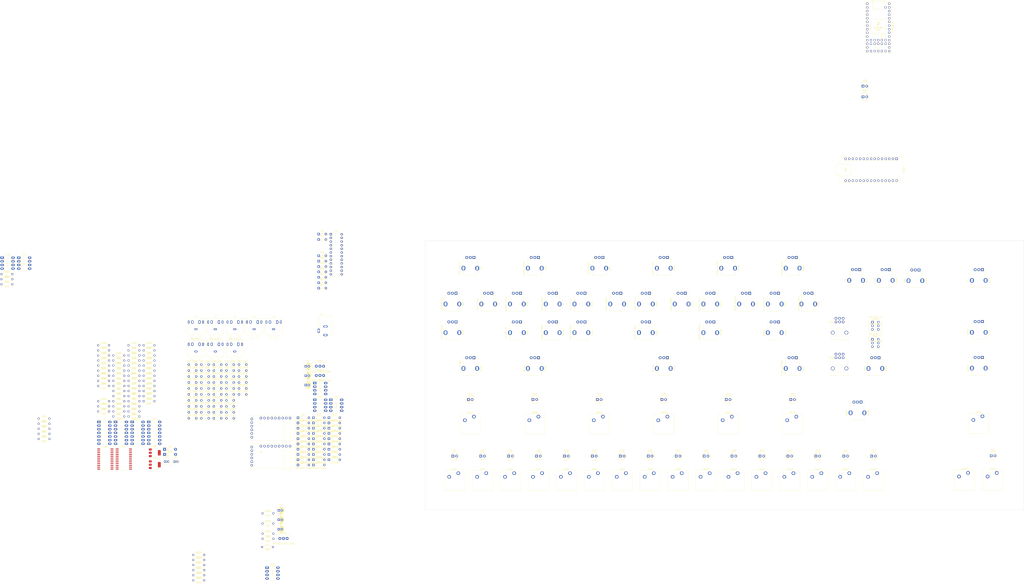
<source format=kicad_pcb>
(kicad_pcb (version 20241229) (generator "pcbnew") (generator_version "9.0")
  (layers (0 "F.Cu" signal) (2 "B.Cu" signal) (13 "F.Paste" user) (15 "B.Paste" user) (5 "F.SilkS" user "F.Silkscreen") (7 "B.SilkS" user "B.Silkscreen") (1 "F.Mask" user) (3 "B.Mask" user) (25 "Edge.Cuts" user))
  (net 0 "")
  (net 1 "3.3V")
  (net 2 "SNARE_OUT")
  (net 3 "A1BCK")
  (net 4 "AGND_SNARE")
  (net 6 "AGND_KICK")
  (net 7 "KICK_OUT")
  (net 8 "A1LCK")
  (net 9 "A1DIN")
  (net 10 "A1SCK")
  (net 11 "TOMS_OUT")
  (net 12 "HATS_OUT")
  (net 14 "AGND_TOMS")
  (net 15 "AGND_HATS")
  (net 16 "Net-(Q1-E)")
  (net 17 "12V")
  (net 18 "KICK_DCBIAS_IN")
  (net 19 "LPFSTAGE_OUT")
  (net 20 "Net-(C27-Pad1)")
  (net 21 "Net-(C43-Pad1)")
  (net 22 "KICK_DECAY")
  (net 23 "KICK_PITCH")
  (net 24 "KICK_PUNCH")
  (net 25 "KICK_FMFREQ")
  (net 26 "SNARE_DECAY")
  (net 27 "SNARE_PUNCH")
  (net 28 "SNARE_PITCH")
  (net 29 "SNARE_FM")
  (net 30 "SNARE_TIMBRE")
  (net 31 "CHAT_DECAY")
  (net 32 "CHAT_TIMBRE")
  (net 33 "CHAT_PITCH")
  (net 34 "CHAT_FMFREQ")
  (net 35 "LOTOM_DECAY")
  (net 36 "LOTOM_PUNCH")
  (net 37 "LOTOM_PITCH")
  (net 38 "LOTOM_FMFREQ")
  (net 39 "HITOM_DECAY")
  (net 40 "HITOM_PUNCH")
  (net 41 "HITOM_PITCH")
  (net 42 "HITOM_FMFREQ")
  (net 43 "OHAT_DECAY")
  (net 44 "OHAT_TIMBRE")
  (net 45 "OHAT_PITCH")
  (net 46 "OHAT_FMFREQ")
  (net 47 "Net-(D54-K)")
  (net 48 "5V")
  (net 49 "Net-(U10A-+)")
  (net 50 "Net-(C74-Pad2)")
  (net 51 "HPF_IN")
  (net 52 "Net-(U11A--)")
  (net 53 "Net-(U11C-+)")
  (net 54 "Net-(TRIM1-Right)")
  (net 55 "HPF_OUT")
  (net 56 "Net-(U11B-+)")
  (net 57 "Net-(C77-Pad1)")
  (net 58 "Net-(C78-Pad2)")
  (net 59 "LPF_IN")
  (net 60 "Net-(C79-Pad1)")
  (net 61 "Net-(U4B-+)")
  (net 62 "VGND")
  (net 63 "Net-(U4C-+)")
  (net 64 "Net-(U4C--)")
  (net 65 "LPF_OUT")
  (net 66 "Net-(TRIM2-Center)")
  (net 67 "SOFTCLIP_OUT")
  (net 68 "Net-(C83-Pad2)")
  (net 69 "Net-(C84-Pad2)")
  (net 70 "Net-(U14A--)")
  (net 71 "Net-(U14B--)")
  (net 72 "Net-(C85-Pad2)")
  (net 73 "Net-(C86-Pad2)")
  (net 74 "Net-(U14C--)")
  (net 75 "Net-(U14D--)")
  (net 76 "Net-(C87-Pad2)")
  (net 77 "Net-(D1-K)")
  (net 78 "Net-(D1-A)")
  (net 79 "DIG0")
  (net 80 "SEGA")
  (net 81 "Net-(R1-Pad2)")
  (net 82 "Net-(D3-K)")
  (net 83 "Y0")
  (net 84 "Net-(D5-A)")
  (net 85 "Net-(D6-A)")
  (net 86 "Net-(D7-A)")
  (net 87 "Net-(D8-A)")
  (net 88 "Net-(D9-A)")
  (net 89 "Y1")
  (net 90 "Net-(D10-A)")
  (net 91 "Net-(D11-A)")
  (net 92 "Net-(D12-A)")
  (net 93 "Net-(D13-A)")
  (net 94 "Net-(D14-A)")
  (net 95 "Y2")
  (net 96 "Net-(D15-A)")
  (net 97 "Net-(D16-A)")
  (net 98 "Net-(D17-A)")
  (net 99 "Net-(D18-A)")
  (net 100 "Net-(D19-A)")
  (net 101 "Net-(D20-A)")
  (net 102 "Y3")
  (net 103 "Net-(D21-A)")
  (net 104 "Net-(D22-A)")
  (net 105 "Net-(D23-A)")
  (net 106 "Net-(D24-A)")
  (net 107 "Net-(D25-A)")
  (net 108 "Y4")
  (net 109 "Net-(D26-A)")
  (net 110 "Net-(D27-A)")
  (net 111 "Net-(D28-A)")
  (net 112 "Net-(D29-A)")
  (net 113 "DIG1")
  (net 114 "DIG2")
  (net 115 "DIG3")
  (net 116 "DIG4")
  (net 117 "SEGB")
  (net 118 "SEGC")
  (net 119 "SEGD")
  (net 120 "SEGE")
  (net 121 "Net-(R52-Pad1)")
  (net 122 "Net-(D57-A)")
  (net 123 "Net-(D57-K)")
  (net 124 "Net-(D58-A)")
  (net 125 "Net-(D59-A)")
  (net 126 "Net-(D60-K)")
  (net 127 "Net-(D61-K)")
  (net 128 "Net-(D62-K)")
  (net 129 "Net-(D63-A)")
  (net 130 "Net-(D63-K)")
  (net 131 "Net-(D64-A)")
  (net 132 "Net-(D67-K)")
  (net 133 "Net-(D67-A)")
  (net 134 "Net-(J2-PadT)")
  (net 135 "Net-(J3-PadT)")
  (net 136 "Net-(J4-PadT)")
  (net 137 "Net-(J5-PadT)")
  (net 138 "Net-(J6-PadT)")
  (net 142 "DIN")
  (net 153 "CS{slash}LOAD")
  (net 156 "MIDI OUT")
  (net 157 "CLK")
  (net 160 "MIDI IN")
  (net 161 "Net-(Q1-B)")
  (net 162 "Net-(R9-Pad1)")
  (net 163 "Net-(R10-Pad1)")
  (net 164 "Net-(U5-ISET)")
  (net 165 "KICKBUFFER_IN")
  (net 166 "Net-(U2A--)")
  (net 167 "SNAREBUFFER_IN")
  (net 168 "HATSBUFFER_IN")
  (net 169 "TOMSBUFFER_IN")
  (net 170 "HATS_DCBIAS_IN")
  (net 171 "TOMS_DCBIAS_IN")
  (net 172 "Net-(R44-Pad2)")
  (net 173 "Net-(U2B--)")
  (net 174 "MIXER_OUT")
  (net 175 "SNARE_DCBIAS_IN")
  (net 176 "Net-(U11A-+)")
  (net 177 "Net-(U11D--)")
  (net 178 "HPFSTAGE_OUT")
  (net 179 "Net-(U4A-+)")
  (net 180 "Net-(U4D--)")
  (net 181 "Net-(U12A-+)")
  (net 182 "Net-(U12A--)")
  (net 183 "COMPRESSOR_OUT")
  (net 184 "Net-(U10B--)")
  (net 185 "Net-(U13A--)")
  (net 186 "Net-(R82-Pad1)")
  (net 187 "Net-(U13C--)")
  (net 188 "Net-(R84-Pad2)")
  (net 189 "Net-(R85-Pad1)")
  (net 190 "Net-(U13C-+)")
  (net 191 "Net-(R88-Pad2)")
  (net 192 "Net-(R91-Pad2)")
  (net 193 "Net-(U11B--)")
  (net 194 "Net-(U4B--)")
  (net 195 "Net-(U4A--)")
  (net 196 "Net-(U4D-+)")
  (net 197 "Net-(U13B-+)")
  (net 199 "X0")
  (net 200 "X1")
  (net 201 "X2")
  (net 202 "X3")
  (net 203 "X4")
  (net 204 "Net-(SW26A-A)")
  (net 205 "Net-(SW27A-A)")
  (net 207 "U7S1")
  (net 212 "U6S0")
  (net 216 "U7S0")
  (net 220 "U7S3")
  (net 225 "U7SIG")
  (net 226 "U6SIG")
  (net 229 "U6S1")
  (net 230 "U7S2")
  (net 238 "U6S3")
  (net 240 "U6S2")
  (net 242 "Net-(TRIM1-Center)")
  (net 243 "Net-(TRS_JACK_1-PadT)")
  (net 261 "GND")
  (net 262 "Net-(U16A--)")
  (net 263 "Net-(U13D-+)")
  (net 264 "Net-(TRIM3-Center)")
  (net 265 "Net-(R5-Pad1)")
  (net 266 "Net-(R14-Pad2)")
  (net 267 "Net-(TRIM1-Left)")
  (footprint "LED_THT:LED_D5.0mm" (layer "F.Cu") (at 274.225 182.975)
    (property "Reference" "D39")
    (property "Value" "LED_STEP11")
  )
  (footprint "PCM_4ms_Resistor:R_Axial_DIN0207_L6.3mm_D2.5mm_P7.62mm_Horizontal" (layer "F.Cu") (at -132.8884 130.4392)
    (property "Reference" "R95")
    (property "Value" "220R")
  )
  (footprint "PCM_4ms_Capacitor:C_Disc_P5.08mm" (layer "F.Cu") (at -76.3184 135.7692)
    (property "Reference" "C76")
    (property "Value" "1uF")
  )
  (footprint "DIYSynthMNL:Potentiometer_RV09_BigPads" (layer "F.Cu") (at 93.9154 44.2842 -90)
    (property "Reference" "RV1")
    (property "Value" "KICK_DECAY")
  )
  (footprint "PCM_Switch_Keyboard_Cherry_MX:SW_Cherry_MX_PCB_1.00u" (layer "F.Cu") (at 275.5 200)
    (property "Reference" "SW11")
    (property "Value" "STEP11")
  )
  (footprint "PCM_4ms_Diode:D_DO-35_P7.62mm_Horizontal" (layer "F.Cu") (at -14.2884 189.2192)
    (property "Reference" "D24")
    (property "Value" "Random Diode")
  )
  (footprint "DIYSynthMNL:Potentiometer_RV09_BigPads" (layer "F.Cu") (at 229.0027 114.2842 -90)
    (property "Reference" "RV33")
    (property "Value" "B100k")
  )
  (footprint "Capacitor_THT:CP_Radial_D5.0mm_P2.00mm" (layer "F.Cu") (at -42.260225 220.9)
    (property "Reference" "C4")
    (property "Value" "10uF")
  )
  (footprint "PCM_4ms_Resistor:R_Axial_DIN0207_L6.3mm_D2.5mm_P7.62mm_Horizontal" (layer "F.Cu") (at -98.21 255.5)
    (property "Reference" "R3")
    (property "Value" "820R")
  )
  (footprint "LED_THT:LED_D5.0mm" (layer "F.Cu") (at 225.225 143.5)
    (property "Reference" "D48")
    (property "Value" "LED_OHAT")
  )
  (footprint "PCM_4ms_Resistor:R_Axial_DIN0207_L6.3mm_D2.5mm_P7.62mm_Horizontal" (layer "F.Cu") (at -206.19 160.35)
    (property "Reference" "R66")
    (property "Value" "10k")
  )
  (footprint "LED_THT:LED_D5.0mm" (layer "F.Cu") (at 365.65 -67.87)
    (property "Reference" "D51")
    (property "Value" "LED_PLAY/TEMPO")
  )
  (footprint "PCM_4ms_Resistor:R_Axial_DIN0207_L6.3mm_D2.5mm_P7.62mm_Horizontal" (layer "F.Cu") (at -232.19 55.9)
    (property "Reference" "R70")
    (property "Value" "100k")
  )
  (footprint "PCM_4ms_Capacitor:C_Disc_P5.08mm" (layer "F.Cu") (at -76.3184 139.9392)
    (property "Reference" "C77")
    (property "Value" "10nF")
  )
  (footprint "PCM_4ms_Capacitor:C_Disc_P5.08mm" (layer "F.Cu") (at -67.5684 139.9392)
    (property "Reference" "C87")
    (property "Value" "10Uf")
  )
  (footprint "DIYSynthMNL:Potentiometer_RV09_BigPads" (layer "F.Cu") (at 216.5027 89.2842 -90)
    (property "Reference" "RV26")
    (property "Value" "OHAT_FMFREQ")
  )
  (footprint "DIYSynthMNL:Potentiometer_RV09_BigPads" (layer "F.Cu") (at 319.0027 114.2842 -90)
    (property "Reference" "RV22")
    (property "Value" "HITOM_FMFREQ")
  )
  (footprint "PCM_4ms_Resistor:R_Axial_DIN0207_L6.3mm_D2.5mm_P7.62mm_Horizontal" (layer "F.Cu") (at -98.21 262.6)
    (property "Reference" "R13")
    (property "Value" "820R")
  )
  (footprint "PCM_4ms_Resistor:R_Axial_DIN0207_L6.3mm_D2.5mm_P7.62mm_Horizontal" (layer "F.Cu") (at -154.0284 123.3392)
    (property "Reference" "R53")
    (property "Value" "220k")
  )
  (footprint "PCM_4ms_Resistor:R_Axial_DIN0207_L6.3mm_D2.5mm_P7.62mm_Horizontal" (layer "F.Cu") (at -132.8884 105.5892)
    (property "Reference" "R86")
    (property "Value" "100k")
  )
  (footprint "Capacitor_THT:CP_Radial_D5.0mm_P2.00mm" (layer "F.Cu") (at -23.428625 126.8292)
    (property "Reference" "C2")
    (property "Value" "100uF")
  )
  (footprint "PCM_4ms_Resistor:R_Axial_DIN0207_L6.3mm_D2.5mm_P7.62mm_Horizontal" (layer "F.Cu") (at -154.0284 133.9892)
    (property "Reference" "R56")
    (property "Value" "220k")
  )
  (footprint "DIYSynthMNL:Potentiometer_RV09_BigPads" (layer "F.Cu") (at 183.95905 44.2842 -90)
    (property "Reference" "RV11")
    (property "Value" "CHAT_DECAY")
  )
  (footprint "PCM_4ms_Diode:D_DO-35_P7.62mm_Horizontal" (layer "F.Cu") (at -14.2884 185.5492)
    (property "Reference" "D23")
    (property "Value" "Random Diode")
  )
  (footprint "PCM_4ms_Resistor:R_Axial_DIN0207_L6.3mm_D2.5mm_P7.62mm_Horizontal" (layer "F.Cu") (at -154.0284 151.7392)
    (property "Reference" "R61")
    (property "Value" "100k")
  )
  (footprint "PCM_4ms_Diode:D_DO-35_P7.62mm_Horizontal" (layer "F.Cu") (at -3.4884 167.1992)
    (property "Reference" "D28")
    (property "Value" "Random Diode")
  )
  (footprint "LED_THT:LED_D5.0mm" (layer "F.Cu") (at 135.18135 143.475)
    (property "Reference" "D46")
    (property "Value" "LED_SNARE")
  )
  (footprint "PCM_Switch_Keyboard_Cherry_MX:SW_Cherry_MX_PCB_1.00u" (layer "F.Cu") (at 181.45635 160.5)
    (property "Reference" "SW19")
    (property "Value" "CHAT_TRIG")
  )
  (footprint "PCM_4ms_Resistor:R_Axial_DIN0207_L6.3mm_D2.5mm_P7.62mm_Horizontal" (layer "F.Cu") (at -143.4584 144.6392)
    (property "Reference" "R82")
    (property "Value" "1k")
  )
  (footprint "PCM_4ms_Potentiometer:Potentiometer_Alps_RK09L_Double_Vertical" (layer "F.Cu") (at 349.25 121.7842)
    (property "Reference" "RV28")
    (property "Value" "100k")
  )
  (footprint "PCM_Switch_Keyboard_Cherry_MX:SW_Cherry_MX_PCB_1.00u" (layer "F.Cu") (at 436.45635 199.791)
    (property "Reference" "SW23")
    (property "Value" "PLAY/PAUSE")
  )
  (footprint "audioConnectors_Edit:Jack_3.5mm_CUI_SJ1-3525N_Horizontal_edit" (layer "F.Cu") (at -100.1684 94.3792)
    (property "Reference" "J2")
    (property "Value" "KICK_BUFFEREDOUT")
  )
  (footprint "PCM_Switch_Keyboard_Cherry_MX:SW_Cherry_MX_PCB_1.00u" (layer "F.Cu") (at 100 200)
    (property "Reference" "SW2")
    (property "Value" "STEP2")
  )
  (footprint "PCM_4ms_Capacitor:C_Disc_P5.08mm" (layer "F.Cu") (at -76.3184 119.0892)
    (property "Reference" "C72")
    (property "Value" "10uF")
  )
  (footprint "LED_THT:LED_D5.0mm" (layer "F.Cu") (at 118.225 182.975)
    (property "Reference" "D31")
    (property "Value" "LED_STEP3")
  )
  (footprint "PCM_4ms_Resistor:R_Axial_DIN0207_L6.3mm_D2.5mm_P7.62mm_Horizontal" (layer "F.Cu") (at -98.21 269.7)
    (property "Reference" "R15")
    (property "Value" "330R")
  )
  (footprint "PCM_4ms_Resistor:R_Axial_DIN0207_L6.3mm_D2.5mm_P7.62mm_Horizontal" (layer "F.Cu") (at -206.19 167.45)
    (property "Reference" "R68")
    (property "Value" "10k")
  )
  (footprint "PCM_4ms_Capacitor:C_Disc_P5.08mm" (layer "F.Cu") (at -93.8184 131.5992)
    (property "Reference" "C55")
    (property "Value" "10nF")
  )
  (footprint "PCM_4ms_Capacitor:C_Disc_P5.08mm" (layer "F.Cu") (at -85.0684 131.5992)
    (property "Reference" "C65")
    (property "Value" "10nF")
  )
  (footprint "PCM_4ms_Resistor:R_Axial_DIN0207_L6.3mm_D2.5mm_P7.62mm_Horizontal" (layer "F.Cu") (at -98.21 259.05)
    (property "Reference" "R5")
    (property "Value" "820R")
  )
  (footprint "PCM_4ms_Diode:D_DO-35_P7.62mm_Horizontal" (layer "F.Cu") (at -3.4884 163.5292)
    (property "Reference" "D27")
    (property "Value" "Random Diode")
  )
  (footprint "PCM_4ms_Capacitor:C_Disc_P5.08mm" (layer "F.Cu") (at -76.3184 152.4492)
    (property "Reference" "C80")
    (property "Value" "10nF")
  )
  (footprint "PCM_4ms_Diode:D_DO-35_P7.62mm_Horizontal" (layer "F.Cu") (at -25.0884 167.1992)
    (property "Reference" "D8")
    (property "Value" "Random Diode")
  )
  (footprint "DIYSynthMNL:DIP-8_W7.62mm_LongPads" (layer "F.Cu") (at -17.1884 131.9792)
    (property "Reference" "U2")
    (property "Value" "TL072")
  )
  (footprint "LED_THT:LED_D5.0mm" (layer "F.Cu") (at 254.725 182.975)
    (property "Reference" "D38")
    (property "Value" "LED_STEP10")
  )
  (footprint "PCM_4ms_Capacitor:C_Disc_P5.08mm" (layer "F.Cu") (at -93.8184 127.4292)
    (property "Reference" "C54")
    (property "Value" "10nF")
  )
  (footprint "DIYSynthMNL:DIP-14_W7.62mm_LongPads" (layer "F.Cu") (at -167.9084 159.1392)
    (property "Reference" "U4")
    (property "Value" "TL074")
  )
  (footprint "PCM_4ms_Resistor:R_Axial_DIN0207_L6.3mm_D2.5mm_P7.62mm_Horizontal" (layer "F.Cu") (at -143.4584 137.5392)
    (property "Reference" "R80")
    (property "Value" "100k")
  )
  (footprint "PCM_4ms_Diode:D_DO-35_P7.62mm_Horizontal" (layer "F.Cu") (at -3.4884 174.5392)
    (property "Reference" "D63")
    (property "Value" "1N4148")
  )
  (footprint "PCM_4ms_Capacitor:C_Disc_P5.08mm" (layer "F.Cu") (at -93.8184 119.0892)
    (property "Reference" "C52")
    (property "Value" "10nF")
  )
  (footprint "DIYSynthMNL:Potentiometer_RV09_BigPads" (layer "F.Cu") (at 364.2527 145.2842 -90)
    (property "Reference" "RV38")
    (property "Value" "B20k")
  )
  (footprint "PCM_Switch_Keyboard_Cherry_MX:SW_Cherry_MX_PCB_1.00u" (layer "F.Cu") (at 197.5 200)
    (property "Reference" "SW7")
    (property "Value" "STEP7")
  )
  (footprint "DIYSynthMNL:DIP-8_W7.62mm_LongPads" (layer "F.Cu") (at -235.5 44.45)
    (property "Reference" "U10")
    (property "Value" "TL072")
  )
  (footprint "DIYSynthMNL:Potentiometer_RV09_BigPads" (layer "F.Cu") (at 93.91675 114.2842 -90)
    (property "Reference" "RV46")
    (property "Value" "B100k")
  )
  (footprint "PCM_4ms_Diode:D_DO-35_P7.62mm_Horizontal" (layer "F.Cu") (at -14.2884 174.5392)
    (property "Reference" "D20")
    (property "Value" "Random Diode")
  )
  (footprint "PCM_4ms_Resistor:R_Axial_DIN0207_L6.3mm_D2.5mm_P7.62mm_Horizontal" (layer "F.Cu") (at -164.5984 119.7892)
    (property "Reference" "R11")
    (property "Value" "10k")
  )
  (footprint "PCM_Switch_Keyboard_Cherry_MX:SW_Cherry_MX_PCB_1.00u" (layer "F.Cu") (at 446.45635 160.291)
    (property "Reference" "SW25")
    (property "Value" "SELECT")
  )
  (footprint "audioConnectors_Edit:Jack_3.5mm_CUI_SJ1-3525N_Horizontal_edit" (layer "F.Cu") (at -73.0684 109.9292)
    (property "Reference" "TRS_JACK_3")
    (property "Value" "MIDI OUT TYPE A")
  )
  (footprint "PCM_4ms_Resistor:R_Axial_DIN0207_L6.3mm_D2.5mm_P7.62mm_Horizontal" (layer "F.Cu") (at -164.5984 126.8892)
    (property "Reference" "R39")
    (property "Value" "100k")
  )
  (footprint "PCM_4ms_Resistor:R_Axial_DIN0207_L6.3mm_D2.5mm_P7.62mm_Horizontal" (layer "F.Cu") (at -49.91 222.95)
    (property "Reference" "R2")
    (property "Value" "330R")
  )
  (footprint "PCM_4ms_Resistor:R_Axial_DIN0207_L6.3mm_D2.5mm_P7.62mm_Horizontal" (layer "F.Cu") (at -143.4584 141.0892)
    (property "Reference" "R81")
    (property "Value" "100k")
  )
  (footprint "PCM_Switch_Keyboard_Cherry_MX:SW_Cherry_MX_PCB_1.00u" (layer "F.Cu") (at 295 200)
    (property "Reference" "SW12")
    (property "Value" "STEP12")
  )
  (footprint "PCM_4ms_Diode:D_DO-35_P7.62mm_Horizontal" (layer "F.Cu") (at -25.0884 174.5392)
    (property "Reference" "D10")
    (property "Value" "Random Diode")
  )
  (footprint "DIYSynthMNL:Potentiometer_RV09_BigPads" (layer "F.Cu") (at 81.4154 69.2842 -90)
    (property "Reference" "RV3")
    (property "Value" "KICK_PITCH")
  )
  (footprint "PCM_4ms_Diode:D_DO-35_P7.62mm_Horizontal" (layer "F.Cu") (at -3.4884 185.5492)
    (property "Reference" "D66")
    (property "Value" "1N4148")
  )
  (footprint "PCM_4ms_Switch:Switch_Toggle_DPDT_SubMini" (layer "F.Cu") (at 374.25 104)
    (property "Reference" "SW27")
    (property "Value" "SW_DPDT_x2")
  )
  (footprint "PCM_4ms_Resistor:R_Axial_DIN0207_L6.3mm_D2.5mm_P7.62mm_Horizontal" (layer "F.Cu") (at -132.8884 123.3392)
    (property "Reference" "R93")
    (property "Value" "220R")
  )
  (footprint "DIYSynthMNL:DIP-14_W7.62mm_LongPads" (layer "F.Cu") (at -156.3084 159.1392)
    (property "Reference" "U11")
    (property "Value" "TL074")
  )
  (footprint "LED_THT:LED_D5.0mm" (layer "F.Cu") (at 455.18135 182.766)
    (property "Reference" "D52")
    (property "Value" "LED_RECORD")
  )
  (footprint "PCM_4ms_Resistor:R_Axial_DIN0207_L6.3mm_D2.5mm_P7.62mm_Horizontal" (layer "F.Cu") (at -132.8884 137.5392)
    (property "Reference" "R97")
    (property "Value" "220R")
  )
  (footprint "DIYSynthMNL:Potentiometer_RV09_BigPads" (layer "F.Cu") (at 404.7027 53 -90)
    (property "Reference" "RV32")
    (property "Value" "100k")
  )
  (footprint "DIYSynthMNL:Potentiometer_RV09_BigPads" (layer "F.Cu") (at 106.4154 69.2842 -90)
    (property "Reference" "RV4")
    (property "Value" "KICK_PUNCH")
  )
  (footprint "PCM_Switch_Keyboard_Cherry_MX:SW_Cherry_MX_PCB_1.00u" (layer "F.Cu") (at 119.5 200)
    (property "Reference" "SW3")
    (property "Value" "STEP3")
  )
  (footprint "PCM_4ms_Resistor:R_Axial_DIN0207_L6.3mm_D2.5mm_P7.62mm_Horizontal" (layer "F.Cu") (at -154.0284 112.6892)
    (property "Reference" "R50")
    (property "Value" "330R")
  )
  (footprint "PCM_4ms_Diode:D_DO-35_P7.62mm_Horizontal" (layer "F.Cu") (at -14.2884 178.2092)
    (property "Reference" "D21")
    (property "Value" "Random Diode")
  )
  (footprint "DIYSynthMNL:Potentiometer_Bourns_3296W_Vertical_BigPads" (layer "F.Cu") (at -36.5 240.5)
    (property "Reference" "TRIM3")
    (property "Value" "TrimPot_T73YEt_100k")
  )
  (footprint "LED_THT:LED_D5.0mm" (layer "F.Cu") (at 90.1377 143.5)
    (property "Reference" "D45")
    (property "Value" "LED_KICK")
  )
  (footprint "PCM_4ms_Resistor:R_Axial_DIN0207_L6.3mm_D2.5mm_P7.62mm_Horizontal" (layer "F.Cu") (at -164.5984 105.5892)
    (property "Reference" "R7")
    (property "Value" "220R")
  )
  (footprint "PCM_4ms_Resistor:R_Axial_DIN0207_L6.3mm_D2.5mm_P7.62mm_Horizontal" (layer "F.Cu") (at -164.5984 133.9892)
    (property "Reference" "R41")
    (property "Value" "100k")
  )
  (footprint "LED_THT:LED_D5.0mm" (layer "F.Cu") (at 352.225 182.975)
    (property "Reference" "D43")
    (property "Value" "LED_STEP15")
  )
  (footprint "PCM_4ms_Resistor:R_Axial_DIN0207_L6.3mm_D2.5mm_P7.62mm_Horizontal" (layer "F.Cu") (at -154.0284 148.1892)
    (property "Reference" "R60")
    (property "Value" "220k")
  )
  (footprint "PCM_Switch_Keyboard_Cherry_MX:SW_Cherry_MX_PCB_1.00u" (layer "F.Cu") (at 316.5 160.5)
    (property "Reference" "SW22")
    (property "Value" "HITOM_TRIG")
  )
  (footprint "PCM_4ms_Capacitor:C_Disc_P5.08mm" (layer "F.Cu") (at -102.5684 135.7692)
    (property "Reference" "C46")
    (property "Value" "10nF")
  )
  (footprint "audioConnectors_Edit:Jack_3.5mm_CUI_SJ1-3525N_Horizontal_edit" (layer "F.Cu") (at -45.9684 94.3792)
    (property "Reference" "J6")
    (property "Value" "LINE_OUT")
  )
  (footprint "DIYSynthMNL:Potentiometer_RV09_BigPads" (layer "F.Cu") (at 448.95905 114.0752 -90)
    (property "Reference" "RV2")
    (property "Value" "SWING")
  )
  (footprint "PCM_4ms_Capacitor:C_Disc_P5.08mm" (layer "F.Cu") (at -85.0684 144.1092)
    (property "Reference" "C68")
    (property "Value" "10nF")
  )
  (footprint "Diode_THT:D_DO-35_SOD27_P5.08mm_Vertical_KathodeUp" (layer "F.Cu") (at -14.5084 65.677991)
    (property "Reference" "D67")
    (property "Value" "1N4148")
  )
  (footprint "PCM_4ms_Capacitor:C_Disc_P5.08mm" (layer "F.Cu") (at -93.8184 139.9392)
    (property "Reference" "C57")
    (property "Value" "10nF")
  )
  (footprint "PCM_4ms_Resistor:R_Axial_DIN0207_L6.3mm_D2.5mm_P7.62mm_Horizontal" (layer "F.Cu") (at -154.0284 155.2892)
    (property "Reference" "R62")
    (property "Value" "33k")
  )
  (footprint "PCM_4ms_Resistor:R_Axial_DIN0207_L6.3mm_D2.5mm_P7.62mm_Horizontal" (layer "F.Cu") (at -154.0284 119.7892)
    (property "Reference" "R52")
    (property "Value" "680R")
  )
  (footprint "PCM_4ms_Diode:D_DO-35_P7.62mm_Horizontal" (layer "F.Cu") (at -14.2884 156.1892)
    (property "Reference" "D15")
    (property "Value" "Random Diode")
  )
  (footprint "PCM_Switch_Keyboard_Cherry_MX:SW_Cherry_MX_PCB_1.00u" (layer "F.Cu") (at 91.4127 160.5)
    (property "Reference" "SW17")
    (property "Value" "KICK_TRIG")
  )
  (footprint "PCM_4ms_Resistor:R_Axial_DIN0207_L6.3mm_D2.5mm_P7.62mm_Horizontal" (layer "F.Cu") (at -232.19 59.45)
    (property "Reference" "R71")
    (property "Value" "100k")
  )
  (footprint "DIYSynthMNL:Potentiometer_RV09_BigPads" (layer "F.Cu") (at 376.7527 114.2842 -90)
    (property "Reference" "RV29")
    (property "Value" "100k")
  )
  (footprint "PCM_4ms_Resistor:R_Axial_DIN0207_L6.3mm_D2.5mm_P7.62mm_Horizontal" (layer "F.Cu") (at -132.8884 119.7892)
    (property "Reference" "R92")
    (property "Value" "220R")
  )
  (footprint "PCM_4ms_Capacitor:C_Disc_P5.08mm" (layer "F.Cu") (at -93.8184 144.1092)
    (property "Reference" "C58")
    (property "Value" "10nF")
  )
  (footprint "PCM_4ms_Capacitor:C_Disc_P5.08mm" (layer "F.Cu") (at -85.0684 119.0892)
    (property "Reference" "C62")
    (property "Value" "10nF")
  )
  (footprint "PCM_4ms_Capacitor:C_Disc_P5.08mm" (layer "F.Cu") (at -93.8184 123.2592)
    (property "Reference" "C53")
    (property "Value" "10nF")
  )
  (footprint "Package_TO_SOT_SMD:SOT-223-3_TabPin2" (layer "F.Cu") (at -128.8784 180.6642)
    (property "Reference" "U8")
    (property "Value" "AMS1117-5.0")
  )
  (footprint "PCM_4ms_Diode:D_DO-35_P7.62mm_Horizontal" (layer "F.Cu") (at -3.4884 170.8692)
    (property "Reference" "D29")
    (property "Value" "Random Diode")
  )
  (footprint "PCM_4ms_Capacitor:C_Disc_P5.08mm" (layer "F.Cu") (at -102.5684 119.0892)
    (property "Reference" "C27")
    (property "Value" "10nF")
  )
  (footprint "PCM_4ms_Potentiometer:Potentiometer_Alps_RK09L_Double_Vertical" (layer "F.Cu") (at 349.25 96.7842)
    (property "Reference" "RV27")
    (property "Value" "100k")
  )
  (footprint "PCM_4ms_Diode:D_DO-35_P7.62mm_Horizontal" (layer "F.Cu") (at -25.0884 170.8692)
    (property "Reference" "D9")
    (property "Value" "Random Diode")
  )
  (footprint "PCM_Switch_Keyboard_Cherry_MX:SW_Cherry_MX_PCB_1.00u" (layer "F.Cu") (at 217 200)
    (property "Reference" "SW8")
    (property "Value" "STEP8")
  )
  (footprint "Diode_THT:D_DO-35_SOD27_P5.08mm_Vertical_KathodeUp" (layer "F.Cu") (at -14.5084 43.041539)
    (property "Reference" "D57")
    (property "Value" "1N4148")
  )
  (footprint "LED_THT:LED_D5.0mm" (layer "F.Cu") (at 157.225 182.975)
    (property "Reference" "D33")
    (property "Value" "LED_STEP5")
  )
  (footprint "Diode_THT:D_DO-35_SOD27_P5.08mm_Vertical_KathodeUp" (layer "F.Cu") (at -14.5084 46.814281)
    (property "Reference" "D58")
    (property "Value" "1N4148")
  )
  (footprint "PCM_4ms_Capacitor:C_Disc_P5.08mm" (layer "F.Cu") (at -102.5684 123.2592)
    (property "Reference" "C43")
    (property "Value" "10nF")
  )
  (footprint "PCM_4ms_Capacitor:C_Disc_P5.08mm" (layer "F.Cu") (at -76.3184 156.6192)
    (property "Reference" "C81")
    (property "Value" "1uF")
  )
  (footprint "PCM_4ms_Capacitor:C_Disc_P5.08mm" (layer "F.Cu") (at -102.5684 156.6192)
    (property "Reference" "C51")
    (property "Value" "10nF")
  )
  (footprint "LED_THT:LED_D5.0mm" (layer "F.Cu") (at 365.65 -75.34)
    (property "Reference" "D50")
    (property "Value" "LED_HITOM")
  )
  (footprint "PCM_4ms_Capacitor:C_Disc_P5.08mm" (layer "F.Cu") (at -67.5684 123.2592)
    (property "Reference" "C83")
    (property "Value" "10Uf")
  )
  (footprint "DIYSynthMNL:DIP-8_W7.62mm_LongPads" (layer "F.Cu") (at -223.9 44.45)
    (property "Reference" "U12")
    (property "Value" "TL072")
  )
  (footprint "PCM_Switch_Keyboard_Cherry_MX:SW_Cherry_MX_PCB_1.00u" (layer "F.Cu") (at 373 200)
    (property "Reference" "SW16")
    (property "Value" "STEP16")
  )
  (footprint "LED_THT:LED_D5.0mm" (layer "F.Cu") (at 235.225 182.975)
    (property "Reference" "D37")
    (property "Value" "LED_STEP9")
  )
  (footprint "PCM_4ms_Capacitor:C_Disc_P5.08mm" (layer "F.Cu") (at -76.3184 144.1092)
    (property "Reference" "C78")
    (property "Value" "1uF")
  )
  (footprint "LED_THT:LED_D5.0mm" (layer "F.Cu") (at 98.725 182.975)
    (property "Reference" "D30")
    (property "Value" "LED_STEP2")
  )
  (footprint "PCM_Switch_Keyboard_Cherry_MX:SW_Cherry_MX_PCB_1.00u" (layer "F.Cu") (at 158.5 200)
    (property "Reference" "SW5")
    (property "Value" "STEP5")
  )
  (footprint "PCM_4ms_Diode:D_DO-35_P7.62mm_Horizontal" (layer "F.Cu") (at -25.0884 159.8592)
    (property "Reference" "D6")
    (property "Value" "Random Diode")
  )
  (footprint "PCM_4ms_Capacitor:C_Disc_P5.08mm" (layer "F.Cu") (at -93.8184 156.6192)
    (property "Reference" "C61")
    (property "Value" "10nF")
  )
  (footprint "DIYSynthMNL:Potentiometer_RV09_BigPads" (layer "F.Cu") (at 216.5027 69.2842 -90)
    (property "Reference" "RV25")
    (property "Value" "OHAT_PITCH")
  )
  (footprint "PCM_4ms_Diode:D_DO-35_P7.62mm_Horizontal" (layer "F.Cu") (at -25.0884 178.2092)
    (property "Reference" "D11")
    (property "Value" "Random Diode")
  )
  (footprint "DIYSynthMNL:Potentiometer_RV09_BigPads" (layer "F.Cu") (at 363.3027 52.7842 -90)
    (property "Reference" "RV31")
    (property "Value" "20k")
  )
  (footprint "DIYSynthMNL:D_4148_BigPads" (layer "F.Cu") (at -122.0314 181.7892)
    (property "Reference" "D54")
    (property "Value" "1N914BWS")
  )
  (footprint "PCM_4ms_Diode:D_DO-35_P7.62mm_Horizontal" (layer "F.Cu") (at -25.0884 156.1892)
    (property "Reference" "D5")
    (property "Value" "Random Diode")
  )
  (footprint "PCM_4ms_Capacitor:C_Disc_P5.08mm" (layer "F.Cu") (at -67.5684 131.5992)
    (property "Reference" "C85")
    (property "Value" "10Uf")
  )
  (footprint "DIYSynthMNL:Potentiometer_RV09_BigPads" (layer "F.Cu") (at 319.0027 44.2842 -90)
    (property "Reference" "RV19")
    (property "Value" "HITOM_DECAY")
  )
  (footprint "PCM_4ms_Diode:D_DO-35_P7.62mm_Horizontal" (layer "F.Cu") (at -3.4884 159.8592)
    (property "Reference" "D26")
    (property "Value" "Random Diode")
  )
  (footprint "DIYSynthMNL:Potentiometer_RV09_BigPads" (layer "F.Cu") (at 229.0027 44.2842 -90)
    (property "Reference" "RV23")
    (property "Value" "OHAT_DECAY")
  )
  (footprint "Diode_THT:D_DO-35_SOD27_P5.08mm_Vertical_KathodeUp" (layer "F.Cu") (at -14.5084 50.587023)
    (property "Reference" "D59")
    (property "Value" "1N4148")
  )
  (footprint "PCM_4ms_Capacitor:C_Disc_P5.08mm" (layer "F.Cu") (at -67.5684 135.7692)
    (property "Reference" "C86")
    (property "Value" "10Uf")
  )
  (footprint "Package_SO:SOIC-24W_7.5x15.4mm_P1.27mm" (layer "F.Cu") (at -150.5184 185.0392)
    (property "Reference" "U7")
    (property "Value" "CD74HC4067M")
  )
  (footprint "DIYSynthMNL:D_4148_BigPads" (layer "F.Cu") (at -122.0314 178.2392)
    (property "Reference" "D1")
    (property "Value" "1N4148")
  )
  (footprint "PCM_4ms_Capacitor:C_Disc_P5.08mm" (layer "F.Cu") (at -85.0684 139.9392)
    (property "Reference" "C67")
    (property "Value" "10nF")
  )
  (footprint "Diode_THT:D_DO-35_SOD27_P5.08mm_Vertical_KathodeUp" (layer "F.Cu") (at -14.5084 61.905249)
    (property "Reference" "D62")
    (property "Value" "1N4148")
  )
  (footprint "PCM_4ms_Capacitor:C_Disc_P5.08mm" (layer "F.Cu") (at -102.5684 152.4492)
    (property "Reference" "C50")
    (property "Value" "10nF")
  )
  (footprint "PCM_4ms_Resistor:R_Axial_DIN0207_L6.3mm_D2.5mm_P7.62mm_Horizontal" (layer "F.Cu") (at -154.0284 137.5392)
    (property "Reference" "R57")
    (property "Value" "10k")
  )
  (footprint "DIYSynthMNL:Potentiometer_RV09_BigPads" (layer "F.Cu") (at 329.9154 69.2842 -90)
    (property "Reference" "RV20")
    (property "Value" "HITOM_PUNCH")
  )
  (footprint "PCM_4ms_Diode:D_DO-35_P7.62mm_Horizontal" (layer "F.Cu") (at -25.0884 185.5492)
    (property "Reference" "D13")
    (property "Value" "Random Diode")
  )
  (footprint "PCM_4ms_Resistor:R_Axial_DIN0207_L6.3mm_D2.5mm_P7.62mm_Horizontal" (layer "F.Cu") (at -98.21 251.95)
    (property "Reference" "R1")
    (property "Value" "820R")
  )
  (footprint "Diode_THT:D_DO-35_SOD27_P5.08mm_Vertical_KathodeUp" (layer "F.Cu") (at -14.5084 58.132507)
    (property "Reference" "D61")
    (property "Value" "1N4148")
  )
  (footprint "PCM_4ms_Resistor:R_Axial_DIN0207_L6.3mm_D2.5mm_P7.62mm_Horizontal" (layer "F.Cu") (at -143.4584 116.2392)
    (property "Reference" "R74")
    (property "Value" "1M")
  )
  (footprint "PCM_4ms_Resistor:R_Axial_DIN0207_L6.3mm_D2.5mm_P7.62mm_Horizontal" (layer "F.Cu") (at -154.0284 116.2392)
    (property "Reference" "R51")
    (property "Value" "22k")
  )
  (footprint "PCM_4ms_Resistor:R_Axial_DIN0207_L6.3mm_D2.5mm_P7.62mm_Horizontal" (layer "F.Cu") (at -232.19 63)
    (property "Reference" "R72")
    (property "Value" "1k")
  )
  (footprint "PCM_4ms_Capacitor:C_Disc_P5.08mm" (layer "F.Cu") (at -85.0684 135.7692)
    (property "Reference" "C66")
    (property "Value" "10nF")
  )
  (footprint "DIYSynthMNL:Potentiometer_RV09_BigPads" (layer "F.Cu") (at 81.4154 89.2842 -90)
    (property "Reference" "RV5")
    (property "Value" "KICK_FMFREQ")
  )
  (footprint "PCM_4ms_Resistor:R_Axial_DIN0207_L6.3mm_D2.5mm_P7.62mm_Horizontal" (layer "F.Cu") (at -132.8884 141.0892)
    (property "Reference" "R98")
    (property "Value" "220R")
  )
  (footprint "PCM_4ms_Diode:D_DO-35_P7.62mm_Horizontal" (layer "F.Cu") (at -25.0884 163.5292)
    (property "Reference" "D7")
    (property "Value" "Random Diode")
  )
  (footprint "Capacitor_THT:CP_Radial_D5.0mm_P2.00mm" (layer "F.Cu") (at -23.428625 120.2792)
    (property "Reference" "C1")
    (property "Value" "100uF")
  )
  (footprint "DIYSynthMNL:Potentiometer_RV09_BigPads" (layer "F.Cu") (at 448.95905 52.791 -90)
    (property "Reference" "RV39")
    (property "Value" "A1k")
  )
  (footprint "PCM_4ms_Diode:D_DO-35_P7.62mm_Horizontal" (layer "F.Cu") (at -14.2884 170.8692)
    (property "Reference" "D19")
    (property "Value" "Random Diode")
  )
  (footprint "PCM_4ms_Capacitor:C_Disc_P5.08mm" (layer "F.Cu") (at -93.8184 135.7692)
    (property "Reference" "C56")
    (property "Value" "10nF")
  )
  (footprint "PCM_4ms_Resistor:R_Axial_DIN0207_L6.3mm_D2.5mm_P7.62mm_Horizontal" (layer "F.Cu") (at -143.4584 109.1392)
    (property "Reference" "R64")
    (property "Value" "10k")
  )
  (footprint "PCM_Switch_Keyboard_Cherry_MX:SW_Cherry_MX_PCB_1.00u" (layer "F.Cu") (at 271.45635 160.5)
    (property "Reference" "SW21")
    (property "Value" "LOTOM_TRIG")
  )
  (footprint "Diode_THT:D_DO-35_SOD27_P5.08mm_Vertical_KathodeUp" (layer "F.Cu") (at -14.5084 31.723313)
    (property "Reference" "D4")
    (property "Value" "1N4007")
  )
  (footprint "PCM_4ms_Resistor:R_Axial_DIN0207_L6.3mm_D2.5mm_P7.62mm_Horizontal" (layer "F.Cu") (at -164.5984 123.3392)
    (property "Reference" "R38")
    (property "Value" "100k")
  )
  (footprint "PCM_4ms_Capacitor:C_Disc_P5.08mm" (layer "F.Cu") (at -102.5684 139.9392)
    (property "Reference" "C47")
    (property "Value" "10nF")
  )
  (footprint "PCM_4ms_Capacitor:C_Disc_P5.08mm" (layer "F.Cu") (at -85.0684 152.4492)
    (property "Reference" "C70")
    (property "Value" "10uF")
  )
  (footprint "PCM_4ms_Resistor:R_Axial_DIN0207_L6.3mm_D2.5mm_P7.62mm_Horizontal" (layer "F.Cu") (at -98.21 266.15)
    (property "Reference" "R14")
    (property "Value" "330R")
  )
  (footprint "PCM_4ms_Switch:Switch_Toggle_DPDT_SubMini" (layer "F.Cu") (at 374.25 92)
    (property "Reference" "SW26")
    (property "Value" "SW_DPDT_x2")
  )
  (footprint "PCM_4ms_Resistor:R_Axial_DIN0207_L6.3mm_D2.5mm_P7.62mm_Horizontal" (layer "F.Cu") (at -143.4584 133.9892)
    (property "Reference" "R79")
    (property "Value" "14k")
  )
  (footprint "PCM_Switch_Keyboard_Cherry_MX:SW_Cherry_MX_PCB_1.00u" (layer "F.Cu") (at 139 200)
    (property "Reference" "SW4")
    (property "Value" "STEP4")
  )
  (footprint "PCM_4ms_Resistor:R_Axial_DIN0207_L6.3mm_D2.5mm_P7.62mm_Horizontal" (layer "F.Cu") (at -143.4584 112.6892)
    (property "Reference" "R73")
    (property "Value" "220k")
  )
  (footprint "PCM_4ms_Capacitor:C_Disc_P5.08mm" (layer "F.Cu") (at -85.0684 123.2592)
    (property "Reference" "C63")
    (property "Value" "10nF")
  )
  (footprint "audioConnectors_Edit:Jack_3.5mm_CUI_SJ1-3525N_Horizontal_edit" (layer "F.Cu") (at -86.6184 109.9292)
    (property "Reference" "TRS_JACK_2")
    (property "Value" "MIDI THRU TYPE A")
  )
  (footprint "PCM_4ms_Resistor:R_Axial_DIN0207_L6.3mm_D2.5mm_P7.62mm_Horizontal" (layer "F.Cu") (at -164.5984 109.1392)
    (property "Reference" "R8")
    (property "Value" "220R")
  )
  (footprint "DIYSynthMNL:Potentiometer_Bourns_3296W_Vertical_BigPads" (layer "F.Cu") (at -11.0384 120.2292)
    (property "Reference" "TRIM1")
    (property "Value" "TrimPot_T73YEt_100k")
  )
  (footprint "PCM_4ms_Resistor:R_Axial_DIN0207_L6.3mm_D2.5mm_P7.62mm_Horizontal" (layer "F.Cu") (at -49.91 230.05)
    (property "Reference" "R4")
    (property "Value" "330R")
  )
  (footprint "LED_THT:LED_D5.0mm" (layer "F.Cu") (at 180.18135 143.5)
    (property "Reference" "D47")
    (property "Value" "LED_CHAT")
  )
  (footprint "PCM_4ms_Diode:D_DO-35_P7.62mm_Horizontal" (layer "F.Cu") (at -25.0884 181.8792)
    (property "Reference" "D12")
    (property "Value" "Random Diode")
  )
  (footprint "DIYSynthMNL:Potentiometer_RV09_BigPads" (layer "F.Cu") (at 151.45905 69.2842 -90)
    (property "Reference" "RV7")
    (property "Value" "SNARE_SNAP")
  )
  (footprint "DIYSynthMNL:Potentiometer_RV09_BigPads" (layer "F.Cu") (at 261.45905 69.2842 -90)
    (property "Reference" "RV17")
    (property "Value" "LOTOM_PITCH")
  )
  (footprint "PCM_4ms_Diode:D_DO-35_P7.62mm_Horizontal" (layer "F.Cu") (at -14.2884 181.8792)
    (property "Reference" "D22")
    (property "Value" "Random Diode")
  )
  (footprint "Module:Arduino_Nano" (layer "F.Cu") (at 389.05 -24.61 -90)
    (property "Reference" "Nano1")
    (property "Value" "Arduino Nano")
  )
  (footprint "PCM_4ms_Resistor:R_Axial_DIN0207_L6.3mm_D2.5mm_P7.62mm_Horizontal" (layer "F.Cu") (at -143.4584 148.1892)
    (property "Reference" "R83")
    (property "Value" "100k")
  )
  (footprint "DIYSynthMNL:Potentiometer_RV09_BigPads" (layer "F.Cu") (at 138.95905 114.2842 -90)
    (property "Reference" "RV40")
    (property "Value" "B100k")
  )
  (footprint "PCM_4ms_Capacitor:C_Disc_P5.08mm" (layer "F.Cu") (at -67.5684 119.0892)
    (property "Reference" "C82")
    (property "Value" "10uF")
  )
  (footprint "LED_THT:LED_D5.0mm" (layer "F.Cu") (at 176.725 182.975)
    (property "Reference" "D34")
    (property "Value" "LED_STEP6")
  )
  (footprint "DIYSynthMNL:Potentiometer_RV09_BigPads" (layer "F.Cu") (at 273.95905 44.2842 -90)
    (property "Reference" "RV15")
    (property "Value" "LOTOM_DECAY")
  )
  (footprint "PCM_4ms_Capacitor:C_Disc_P5.08mm" (layer "F.Cu") (at -102.5684 148.2792)
    (property "Reference" "C49")
    (property "Value" "10nF")
  )
  (footprint "LED_THT:LED_D5.0mm" (layer "F.Cu") (at 313.225 182.975)
    (property "Reference" "D41")
    (property "Value" "LED_STEP13")
  )
  (footprint "LED_THT:LED_D5.0mm" (layer "F.Cu") (at 196.225 182.975)
    (property "Reference" "D35")
    (property "Value" "LED_STEP7")
  )
  (footprint "PCM_4ms_Capacitor:C_Disc_P5.08mm" (layer "F.Cu") (at -102.5684 127.4292)
    (property "Reference" "C44")
    (property "Value" "10nF")
  )
  (footprint "Package_DIP:DIP-8_W7.62mm_LongPads" (layer "F.Cu") (at -17.1884 143.6992)
    (property "Reference" "U1")
    (property "Value" "6N138")
  )
  (footprint "PCM_4ms_Resistor:R_Axial_DIN0207_L6.3mm_D2.5mm_P7.62mm_Horizontal" (layer "F.Cu") (at -206.19 156.8)
    (property "Reference" "R65")
    (property "Value" "10k")
  )
  (footprint "LED_THT:LED_D5.0mm" (layer "F.Cu") (at 293.725 182.975)
    (property "Reference" "D40")
    (property "Value" "LED_STEP12")
  )
  (footprint "PCM_4ms_Resistor:R_Axial_DIN0207_L6.3mm_D2.5mm_P7.62mm_Horizontal" (layer "F.Cu") (at -164.5984 144.6392)
    (property "Reference" "R44")
    (property "Value" "100k")
  )
  (footprint "DIYSynthMNL:Potentiometer_RV09_BigPads" (layer "F.Cu") (at 171.45905 89.2842 -90)
    (property "Reference" "RV14")
    (property "Value" "CHAT_FMFREQ")
  )
  (footprint "PCM_4ms_Diode:D_DO-35_P7.62mm_Horizontal" (layer "F.Cu") (at -3.4884 178.2092)
    (property "Reference" "D64")
    (property "Value" "1N4148")
  )
  (footprint "PCM_4ms_Diode:D_DO-35_P7.62mm_Horizontal" (layer "F.Cu") (at -3.4884 181.8792)
    (property "Reference" "D65")
    (property "Value" "1N4148")
  )
  (footprint "PCM_4ms_Resistor:R_Axial_DIN0207_L6.3mm_D2.5mm_P7.62mm_Horizontal" (layer "F.Cu") (at -154.0284 126.8892)
    (property "Reference" "R54")
    (property "Value" "100k")
  )
  (footprint "LED_THT:LED_D5.0mm" (layer "F.Cu") (at 79.225 182.975)
    (property "Reference" "D2")
    (property "Value" "LED_STEP1")
  )
  (footprint "PCM5102_DAC_BreakoutBoard_v2:PCM5102_DAC_BreakoutBoard" (layer "F.Cu") (at -46.8334 163.4142)
    (property "Reference" "A1")
    (property "Value" "GY-PCM5102")
  )
  (footprint "DIYSynthMNL:Potentiometer_RV09_BigPads" (layer "F.Cu") (at 196.45905 69.2842 -90)
    (property "Reference" "RV12")
    (property "Value" "CHAT_TIMBRE")
  )
  (footprint "DIYSynthMNL:Potentiometer_Bourns_3296W_Vertical_BigPads" (layer "F.Cu") (at -11.0384 126.6792)
    (property "Reference" "TRIM2")
    (property "Value" "TrimPot_T73YEt_100k")
  )
  (footprint "PCM_4ms_Resistor:R_Axial_DIN0207_L6.3mm_D2.5mm_P7.62mm_Horizontal" (layer "F.Cu") (at -164.5984 130.4392)
    (property "Reference" "R40")
    (property "Value" "100k")
  )
  (footprint "PCM_4ms_Resistor:R_Axial_DIN0207_L6.3mm_D2.5mm_P7.62mm_Horizontal" (layer "F.Cu") (at -143.4584 105.5892)
    (property "Reference" "R63")
    (property "Value" "10k")
  )
  (footprint "PCM_4ms_Diode:D_DO-35_P7.62mm_Horizontal" (layer "F.Cu") (at -14.2884 167.1992)
    (property "Reference" "D18")
    (property "Value" "Random Diode")
  )
  (footprint "DIYSynthMNL:Potentiometer_RV09_BigPads" (layer "F.Cu") (at 126.45905 89.2842 -90)
    (property "Reference" "RV9")
    (property "Value" "SNARE_FM")
  )
  (footprint "Package_SO:SOIC-24W_7.5x15.4mm_P1.27mm" (layer "F.Cu") (at -163.4284 185.0392)
    (property "Reference" "U6")
    (property "Value" "CD74HC4067M")
  )
  (footprint "DIYSynthMNL:DIP-8_W7.62mm_LongPads" (layer "F.Cu") (at -6.0084 143.6992)
    (property "Reference" "U3")
    (property "Value" "TL072")
  )
  (footprint "LED_THT:LED_D5.0mm" (layer "F.Cu") (at 137.725 182.975)
    (property "Reference" "D32")
    (property "Value" "LED_STEP4")
  )
  (footprint "PCM_4ms_Capacitor:C_Disc_P5.08mm" (layer "F.Cu") (at -93.8184 148.2792)
    (property "Reference" "C59")
    (property "Value" "10nF")
  )
  (footprint "Diode_THT:D_DO-35_SOD27_P5.08mm_Vertical_KathodeUp" (layer "F.Cu") (at -14.5084 54.359765)
    (property "Reference" "D60")
    (property "Value" "1N4148")
  )
  (footprint "DIYSynthMNL:Potentiometer_RV09_BigPads" (layer "F.Cu") (at 241.5027 69.2842 -90)
    (property "Reference" "RV24")
    (property "Value" "OHAT_TIMBRE")
  )
  (footprint "PCM5102_DAC_BreakoutBoard_v2:PCM5102_DAC_BreakoutBoard" (layer "F.Cu") (at -46.8334 183.0342)
    (property "Reference" "A2")
    (property "Value" "GY-PCM5102")
  )
  (footprint "DIYSynthMNL:Potentiometer_RV09_BigPads" (layer "F.Cu") (at 261.45905 89.2842 -90)
    (property "Reference" "RV18")
    (property "Value" "LOTOM_FMFREQ")
  )
  (footprint "PCM_4ms_Resistor:R_Axial_DIN0207_L6.3mm_D2.5mm_P7.62mm_Horizontal" (layer "F.Cu") (at -132.8884 112.6892)
    (property "Reference" "R88")
    (property "Value" "20k")
  )
  (footprint "PCM_4ms_Resistor:R_Axial_DIN0207_L6.3mm_D2.5mm_P7.62mm_Horizontal" (layer "F.Cu") (at -154.0284 141.0892)
    (property "Reference" "R58")
    (property "Value" "10k")
  )
  (footprint "Capacitor_THT:CP_Radial_D5.0mm_P2.00mm" (layer "F.Cu") (at -42.260225 234)
    (property "Reference" "C6")
    (property "Value" "10uF")
  )
  (footprint "Capacitor_THT:CP_Radial_D5.0mm_P2.00mm" (layer "F.Cu") (at -23.428625 133.3792)
    (property "Reference" "C3")
    (property "Value" "10uF")
  )
  (footprint "PCM_Switch_Keyboard_Cherry_MX:SW_Cherry_MX_PCB_1.00u" (layer "F.Cu") (at 314.5 200)
    (property "Reference" "SW13")
    (property "Value" "STEP13")
  )
  (footprint "LED_THT:LED_D5.0mm" (layer "F.Cu") (at 215.725 182.975)
    (property "Reference" "D36")
    (property "Value" "LED_STEP8")
  )
  (footprint "PCM_4ms_Diode:D_DO-35_P7.62mm_Horizontal" (layer "F.Cu") (at -14.2884 159.8592)
    (property "Reference" "D16")
    (property "Value" "Random Diode")
  )
  (footprint "PCM_Switch_Keyboard_Cherry_MX:SW_Cherry_MX_PCB_1.00u" (layer "F.Cu") (at 178 200)
    (property "Reference" "SW6")
    (property "Value" "STEP6")
  )
  (footprint "PCM_4ms_Resistor:R_Axial_DIN0207_L6.3mm_D2.5mm_P7.62mm_Horizontal" (layer "F.Cu") (at -143.4584 130.4392)
    (property "Reference" "R78")
    (property "Value" "100k")
  )
  (footprint "PCM_4ms_Resistor:R_Axial_DIN0207_L6.3mm_D2.5mm_P7.62mm_Horizontal" (layer "F.Cu") (at -132.8884 116.2392)
    (property "Reference" "R91")
    (property "Value" "100R")
  )
  (footprint "PCM_4ms_Capacitor:C_Disc_P5.08mm" (layer "F.Cu") (at -85.0684 127.4292)
    (property "Reference" "C64")
    (property "Value" "10nF")
  )
  (footprint "DIYSynthMNL:Potentiometer_RV09_BigPads" (layer "F.Cu") (at 151.45905 89.2842 -90)
    (property "Reference" "RV10")
    (property "Value" "SNARE_TIMBRE")
  )
  (footprint "audioConnectors_Edit:Jack_3.5mm_CUI_SJ1-3525N_Horizontal_edit" (layer "F.Cu") (at -100.1684 109.9292)
    (property "Reference" "TRS_JACK_1")
    (property "Value" "MIDI IN TYPE A")
  )
  (footprint "PCM_4ms_Resistor:R_Axial_DIN0207_L6.3mm_D2.5mm_P7.62mm_Horizontal" (layer "F.Cu") (at -206.19 163.9)
    (property "Reference" "R67")
    (property "Value" "10k")
  )
  (footprint "PCM_4ms_Diode:D_DO-35_P7.62mm_Horizontal" (layer "F.Cu") (at -25.0884 189.2192)
    (property "Reference" "D14")
    (property "Value" "Random Diode")
  )
  (footprint "PCM_4ms_Resistor:R_Axial_DIN0207_L6.3mm_D2.5mm_P7.62mm_Horizontal" (layer "F.Cu") (at -132.8884 109.1392)
    (property "Reference" "R87")
    (property "Value" "100k")
  )
  (footprint "DIYSynthMNL:DIP-14_W7.62mm_LongPads" (layer "F.Cu") (at -133.1084 159.1392)
    (property "Reference" "U14")
    (property "Value" "TL074")
  )
  (footprint "PCM_4ms_Resistor:R_Axial_DIN0207_L6.3mm_D2.5mm_P7.62mm_Horizontal" (layer "F.Cu") (at -143.4584 155.2892)
    (property "Reference" "R85")
    (property "Value" "100k")
  )
  (footprint "audioConnectors_Edit:Jack_3.5mm_CUI_SJ1-3525N_Horizontal_edit" (layer "F.Cu") (at -59.5184 94.3792)
    (property "Reference" "J5")
    (property "Value" "TOMS_BUFFEREDOUT")
  )
  (footprint "PCM_4ms_Resistor:R_Axial_DIN0207_L6.3mm_D2.5mm_P7.62mm_Horizontal" (layer "F.Cu") (at -143.4584 119.7892)
    (property "Reference" "R75")
    (property "Value" "100k")
  )
  (footprint "Package_DIP:DIP-24_W7.62mm" (layer "F.Cu") (at -5.9584 28.1092)
    (property "Reference" "U5")
    (property "Value" "MAX7221xNG")
  )
  (footprint "DIYSynthMNL:Potentiometer_RV09_BigPads" (layer "F.Cu") (at 138.95905 44.2842 -90)
    (property "Reference" "RV6")
    (property "Value" "SNARE_DECAY")
  )
  (footprint "PCM_Switch_Keyboard_Cherry_MX:SW_Cherry_MX_PCB_1.00u" (layer "F.Cu") (at 353.5 200)
    (property "Reference" "SW15")
    (property "Value" "STEP15")
  )
  (footprint "Package_TO_SOT_THT:TO-92_Inline" (layer "F.Cu") (at -121.9684 186.8192)
    (property "Reference" "Q2")
    (property "Value" "BC557")
  )
  (footprint "PCM_4ms_Capacitor:C_Disc_P5.08mm" (layer "F.Cu") (at -76.3184 148.2792)
    (property "Reference" "C79")
    (property "Value" "10nF")
  )
  (footprint "Capacitor_THT:CP_Radial_D5.0mm_P2.00mm" (layer "F.Cu") (at -42.260225 227.45)
    (property "Reference" "C5")
    (property "Value" "10uF")
  )
  (footprint "PCM_4ms_Resistor:R_Axial_DIN0207_L6.3mm_D2.5mm_P7.62mm_Horizontal" (layer "F.Cu") (at -132.8884 133.9892)
    (property "Reference" "R96")
    (property "Value" "220R")
  )
  (footprint "PCM_4ms_Resistor:R_Axial_DIN0207_L6.3mm_D2.5mm_P7.62mm_Horizontal" (layer "F.Cu") (at -164.5984 116.2392)
    (property "Reference" "R10")
    (property "Value" "220R")
  )
  (footprint "DIYSynthMNL:DIP-8_W7.62mm_LongPads" (layer "F.Cu") (at -50.5 260.88)
    (property "Reference" "U15")
    (property "Value" "TL072")
  )
  (footprint "DIYSynthMNL:Potentiometer_RV09_BigPads" (layer "F.Cu") (at 171.45905 69.2842 -90)
    (property "Reference" "RV13")
    (property "Value" "CHAT_PITCH")
  )
  (footprint "PCM_4ms_Resistor:R_Axial_DIN0207_L6.3mm_D2.5mm_P7.62mm_Horizontal" (layer "F.Cu") (at -154.0284 130.4392)
    (property "Reference" "R55")
    (property "Value" "33k")
  )
  (footprint "PCM_4ms_Resistor:R_Axial_DIN0207_L6.3mm_D2.5mm_P7.62mm_Horizontal" (layer "F.Cu") (at -132.8884 126.8892)
    (property "Reference" "R94")
    (property "Value" "220R")
  )
  (footprint "PCM_4ms_Capacitor:C_Disc_P5.08mm" (layer "F.Cu") (at -76.3184 123.2592)
    (property "Reference" "C73")
    (property "Value" "10uF")
  )
  (footprint "PCM_4ms_Capacitor:C_Disc_P5.08mm" (layer "F.Cu") (at -93.8184 152.4492)
    (property "Reference" "C60")
    (property "Value" "10nF")
  )
  (footprint "PCM_4ms_Resistor:R_Axial_DIN0207_L6.3mm_D2.5mm_P7.62mm_Horizontal" (layer "F.Cu") (at -50.19 246.5)
    (property "Reference" "R89")
    (property "Value" "4k7")
  )
  (footprint "PCM_4ms_Resistor:R_Axial_DIN0207_L6.3mm_D2.5mm_P7.62mm_Horizontal" (layer "F.Cu") (at -49.91 237.15)
    (property "Reference" "R6")
    (property "Value" "330R")
  )
  (footprint "DIYSynthMNL:DIP-14_W7.62mm_LongPads" (layer "F.Cu") (at -144.7084 159.1392)
    (property "Reference" "U13")
    (property "Value" "TL074")
  )
  (footprint "LED_THT:LED_D5.0mm" (layer "F.Cu") (at 315.225 143.5)
    (property "Reference" "D53")
    (property "Value" "LED_EXTCLK")
  )
  (footprint "PCM_4ms_Capacitor:C_Disc_P5.08mm" (layer "F.Cu") (at -102.5684 144.1092)
    (property "Reference" "C48")
    (property "Value" "10nF")
  )
  (footprint "PCM_4ms_Capacitor:C_Disc_P5.08mm" (layer "F.Cu") (at -76.3184 127.4292)
    (property "Reference" "C74")
    (property "Value" "1uF")
  )
  (footprint "PCM_Switch_Keyboard_Cherry_MX:SW_Cherry_MX_PCB_1.00u" (layer "F.Cu") (at 136.45635 160.5)
    (property "Reference" "SW18")
    (property "Value" "SNARE_TRIG")
  )
  (footprint "PCM_4ms_Resistor:R_Axial_DIN0207_L6.3mm_D2.5mm_P7.62mm_Horizontal" (layer "F.Cu") (at -49.91 240.7)
    (property "Reference" "R12")
    (property "Value" "22k")
  )
  (footprint "PCM_4ms_Resistor:R_Axial_DIN0207_L6.3mm_D2.5mm_P7.62mm_Horizontal" (layer "F.Cu") (at -206.19 171)
    (property "Reference" "R69")
    (property "Value" "10k")
  )
  (footprint "PCM_4ms_Resistor:R_Axial_DIN0207_L6.3mm_D2.5mm_P7.62mm_Horizontal" (layer "F.Cu") (at -132.8884 144.6392)
    (property "Reference" "R99")
    (property "Value" "220R")
  )
  (footprint "Diode_THT:D_DO-35_SOD27_P5.08mm_Vertical_KathodeUp" (layer "F.Cu") (at -14.5084 27.950571)
    (property "Reference" "D3")
    (property "Value" "RED LED")
  )
  (footprint "audioConnectors_Edit:Jack_3.5mm_CUI_SJ1-3525N_Horizontal_edit" (layer "F.Cu") (at -73.0684 94.3792)
    (property "Reference" "J4")
    (property "Value" "HATS_BUFFEREDOUT")
  )
  (footprint "PCM_4ms_Resistor:R_Axial_DIN0207_L6.3mm_D2.5mm_P7.62mm_Horizontal" (layer "F.Cu") (at -154.0284 144.6392)
    (property "Reference" "R59")
    (property "Value" "1M")
  )
  (footprint "DIYSynthMNL:Potentiometer_RV09_BigPads" (layer "F.Cu") (at 306.5027 89.2842 -90)
    (property "Reference" "RV35")
    (property "Value" "B100k")
  )
  (footprint "DIYSynthMNL:Potentiometer_RV09_BigPads" (layer "F.Cu") (at 126.45905 69.2842 -90)
    (property "Reference" "RV8")
    (property "Value" "SNARE_PITCH")
  )
  (footprint "PCM_4ms_Resistor:R_Axial_DIN0207_L6.3mm_D2.5mm_P7.62mm_Horizontal" (layer "F.Cu") (at -164.5984 151.7392)
    (property "Reference" "R46")
    (property "Value" "100k")
  )
  (footprint "PCM_Switch_Keyboard_Cherry_MX:SW_Cherry_MX_PCB_1.00u" (layer "F.Cu") (at 80.5 200)
    (property "Reference" "SW1")
    (property "Value" "STEP1")
  )
  (footprint "PCM_Switch_Keyboard_Cherry_MX:SW_Cherry_MX_PCB_1.00u" (layer "F.Cu") (at 334 200)
    (property "Reference" "SW14")
    (property "Value" "STEP14")
  )
  (footprint "PCM_Switch_Keyboard_Cherry_MX:SW_Cherry_MX_PCB_1.00u" (layer "F.Cu") (at 236.5 200)
    (property "Reference" "SW9")
    (property "Value" "STEP9")
  )
  (footprint "PCM_Switch_Keyboard_Cherry_MX:SW_Cherry_MX_PCB_1.00u" (layer "F.Cu") (at 226.5 160.5)
    (property "Reference" "SW20")
    (property "Value" "OHAT_TRIG")
  )
  (footprint "PCM_4ms_Resistor:R_Axial_DIN0207_L6.3mm_D2.5mm_P7.62mm_Horizontal" (layer "F.Cu") (at -143.4584 126.8892)
    (property "Reference" "R77")
    (property "Value" "100k")
  )
  (footprint "PCM_4ms_Capacitor:C_Disc_P5.08mm" (layer "F.Cu") (at -85.0684 148.2792)
    (property "Reference" "C69")
    (property "Value" "10uF")
  )
  (footprint "audioConnectors_Edit:Jack_3.5mm_CUI_SJ1-3525N_Horizontal_edit" (layer "F.Cu") (at -86.6184 94.3792)
    (property "Reference" "J3")
    (property "Value" "SNARE_BUFFEREDOUT")
  )
  (footprint "PCM_4ms_Resistor:R_Axial_DIN0207_L6.3mm_D2.5mm_P7.62mm_Horizontal" (layer "F.Cu") (at -143.4584 123.3392)
    (property "Reference" "R76")
    (property "Value" "14k")
  )
  (footprint "DIYSynthMNL:Potentiometer_RV09_BigPads" (layer "F.Cu") (at 384.0027 52.7842 -90)
    (property "Reference" "RV30")
    (property "Value" "A100k")
  )
  (footprint "PCM_4ms_Diode:D_DO-35_P7.62mm_Horizontal" (layer "F.Cu") (at -3.4884 156.1892)
    (property "Reference" "D25")
    (property "Value" "Random Diode")
  )
  (footprint "PCM_4ms_Capacitor:C_Disc_P5.08mm" (layer "F.Cu") (at -85.0684 156.6192)
    (property "Reference" "C71")
    (property "Value" "10uF")
  )
  (footprint "PJ-102A:CUI_PJ-102A" (layer "F.Cu") (at -9.7384 95.4642)
    (property "Reference" "J1")
    (property "Value" "PJ-102A")
  )
  (footprint "Package_TO_SOT_THT:TO-92L_Inline" (layer "F.Cu") (at -115.3684 186.8392)
    (property "Reference" "Q1")
    (property "Value" "BC547")
  )
  (footprint "LED_THT:LED_D5.0mm" (layer "F.Cu") (at 332.725 182.975)
    (property "Reference" "D42")
    (property "Value" "LED_STEP14")
  )
  (footprint "PCM_Switch_Keyboard_Cherry_MX:SW_Cherry_MX_PCB_1.00u" (layer "F.Cu") (at 256 200)
    (property "Reference" "SW10")
    (property "Value" "STEP10")
  )
  (footprint "PCM_4ms_Resistor:R_Axial_DIN0207_L6.3mm_D2.5mm_P7.62mm_Horizontal" (layer "F.Cu") (at -164.5984 112.6892)
    (property "Reference" "R9")
    (property "Value" "220R")
  )
  (footprint "PCM_4ms_Capacitor:C_Disc_P5.08mm" (layer "F.Cu") (at -76.3184 131.5992)
    (property "Reference" "C75")
    (property "Value" "10nF")
  )
  (footprint "PCM_4ms_Capacitor:C_Disc_P5.08mm" (layer "F.Cu") (at -102.5684 131.5992)
    (property "Reference" "C45")
    (property "Value" "10nF")
  )
  (footprint "PCM_4ms_Resistor:R_Axial_DIN0207_L6.3mm_D2.5mm_P7.62mm_Horizontal" (layer "F.Cu") (at -164.5984 148.1892)
    (property "Reference" "R45")
    (property "Value" "100k")
  )
  (footprint "LED_THT:LED_D5.0mm" (layer "F.Cu") (at 270.18135 143.5)
    (property "Reference" "D49")
    (property "Value" "LED_LOTOM")
  )
  (footprint "teensy:Teensy40" (layer "F.Cu") (at 376.27 -116.36 -90)
    (property "Reference" "Teensy4.0")
    (property "Value" "Teensy4.0")
  )
  (footprint "LED_THT:LED_D5.0mm" (layer "F.Cu") (at 371.725 182.975)
    (property "Reference" "D44")
    (property "Value" "LED_STEP16")
  )
  (footprint "DIYSynthMNL:Potentiometer_RV09_BigPads" (layer "F.Cu") (at 448.95905 89.0752 -90)
    (property "Reference" "RV37")
    (property "Value" "TEMPO")
  )
  (footprint "DIYSynthMNL:Potentiometer_RV09_BigPads" (layer "F.Cu") (at 306.5027 69.2842 -90)
    (property "Reference" "RV21")
    (property "Value" "HITOM_PITCH")
  )
  (footprint "DIYSynthMNL:Potentiometer_RV09_BigPads" (layer "F.Cu") (at 286.45905 69.2842 -90)
    (property "Reference" "RV16")
    (property "Value" "LOTOM_PUNCH")
  )
  (footprint "PCM_4ms_Capacitor:C_Disc_P5.08mm" (layer "F.Cu") (at -67.5684 127.4292)
    (property "Reference" "C84")
    (property "Value" "10Uf")
  )
  (footprint "PCM_4ms_Resistor:R_Axial_DIN0207_L6.3mm_D2.5mm_P7.62mm_Horizontal" (layer "F.Cu") (at -143.4584 151.7392)
    (property "Reference" "R84")
    (property "Value" "100k")
  )
  (footprint "PCM_Switch_Keyboard_Cherry_MX:SW_Cherry_MX_PCB_1.00u" (layer "F.Cu") (at 456.45635 199.791)
    (property "Reference" "SW24")
    (property "Value" "RECORD")
  )
  (footprint "Package_TO_SOT_SMD:SOT-223-3_TabPin2" (layer "F.Cu") (at -128.8784 188.9892)
    (property "Reference" "U9")
    (property "Value" "AMS1117-3.3")
  )
  (footprint "PCM_4ms_Diode:D_DO-35_P7.62mm_Horizontal" (layer "F.Cu") (at -14.2884 163.5292)
    (property "Reference" "D17")
    (property "Value" "Random Diode")
  )
  (gr_rect (start 60 32.5) (end 477.9127 220.5782) (stroke (width 0.1)) (fill no) (layer "Edge.Cuts"))
)
</source>
